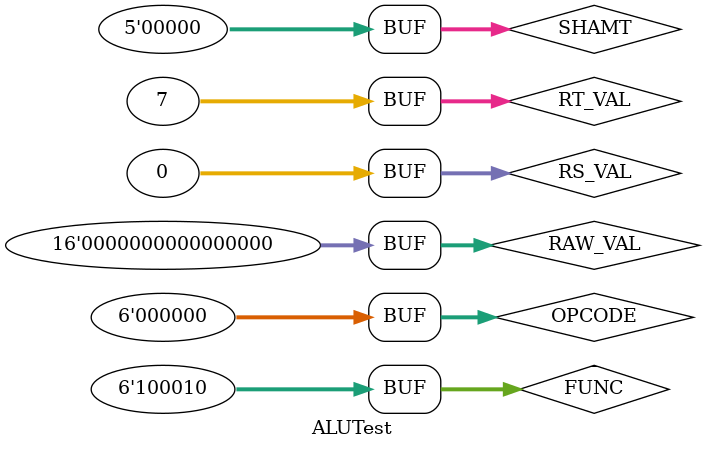
<source format=v>
`timescale 1ns / 1ps


module ALUTest;

	// Inputs
	reg [5:0] OPCODE;
	reg [31:0] RS_VAL;
	reg [31:0] RT_VAL;
	reg [4:0] SHAMT;
	reg [5:0] FUNC;
	reg [15:0] RAW_VAL;

	// Outputs
	wire [31:0] RESULT;
	wire SIG_B;

	// Instantiate the Unit Under Test (UUT)
	ALU uut (
		.RESULT(RESULT), 
		.SIG_B(SIG_B), 
		.OPCODE(OPCODE), 
		.RS_VAL(RS_VAL), 
		.RT_VAL(RT_VAL), 
		.SHAMT(SHAMT), 
		.FUNC(FUNC), 
		.RAW_VAL(RAW_VAL)
	);

	initial begin
		// Initialize Inputs
		OPCODE = 0;
		RS_VAL = 0;
		RT_VAL = 0;
		SHAMT = 0;
		FUNC = 0;
		RAW_VAL = 0;

		// Wait 100 ns for global reset to finish
		#100;
        
		// Add stimulus here
		
		
		// Testing SUB
		
		// Test1 -> 52 - 4 = 48 : 110000
		OPCODE = 0;
		RS_VAL = 52;
		RT_VAL = 4;
		SHAMT = 0;
		FUNC = 6'b100010;
		RAW_VAL = 0;
		#100;
		
		// Test2 -> 150 - 25 = 125
		OPCODE = 0;
		RS_VAL = 150;
		RT_VAL = 25;
		SHAMT = 0;
		FUNC = 6'b100010;
		RAW_VAL = 0;
		#100;
		
		// Test2 -> 74 - 12 = 62
		OPCODE = 0;
		RS_VAL = 74;
		RT_VAL = 12;
		SHAMT = 0;
		FUNC = 6'b100010;
		RAW_VAL = 0;
		#100;
		
		// Test2 -> 15 - 15 = 0
		OPCODE = 0;
		RS_VAL = 15;
		RT_VAL = 15;
		SHAMT = 0;
		FUNC = 6'b100010;
		RAW_VAL = 0;
		#100;
		
		// Test2 -> 10 - 20 = -10
		OPCODE = 0;
		RS_VAL = 10;
		RT_VAL = 20;
		SHAMT = 0;
		FUNC = 6'b100010;
		RAW_VAL = 0;		
		#100;
		
		// Test2 -> 0 - 7 = -7
		OPCODE = 0;
		RS_VAL = 0;
		RT_VAL = 7;
		SHAMT = 0;
		FUNC = 6'b100010;
		RAW_VAL = 0;
		#100;
		
		// Testing Sub end
		
		// Test 

	end
      
endmodule


</source>
